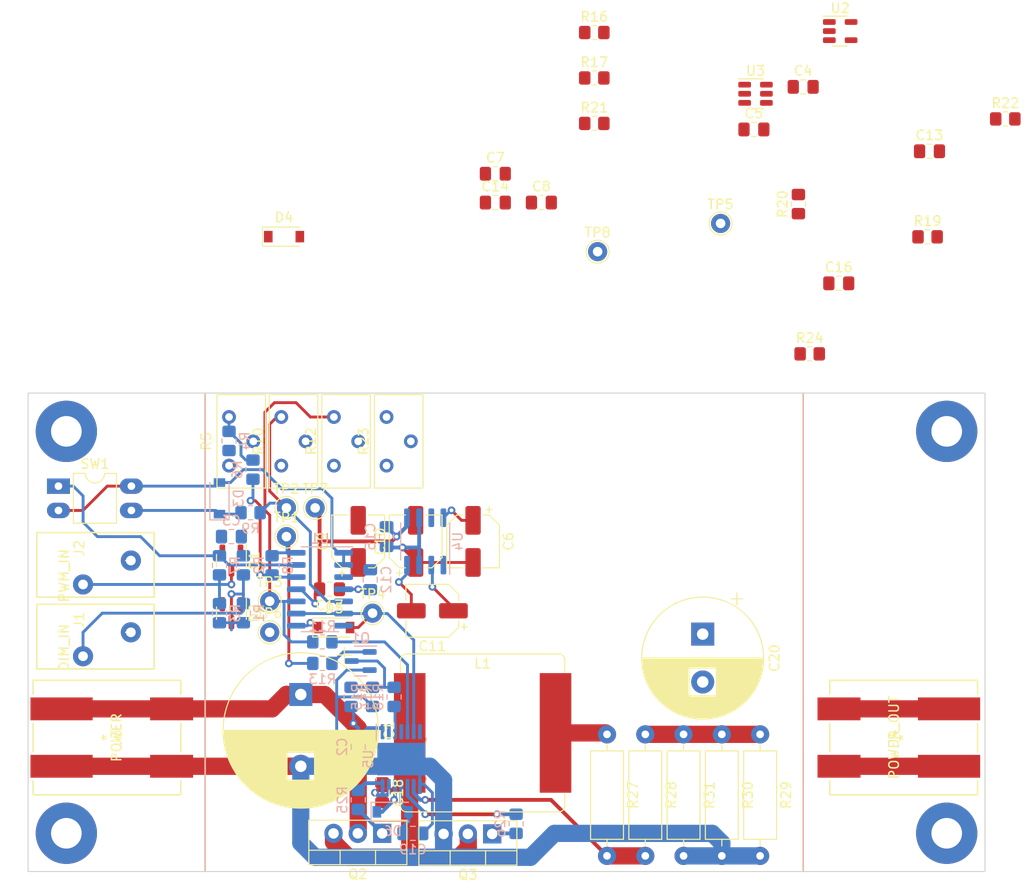
<source format=kicad_pcb>
(kicad_pcb (version 20210228) (generator pcbnew)
  (layers (0 "F.Cu" signal) (31 "B.Cu" signal) (34 "B.Paste" user) (35 "F.Paste" user) (36 "B.SilkS" user "B.Silkscreen") (37 "F.SilkS" user "F.Silkscreen") (38 "B.Mask" user) (39 "F.Mask" user) (44 "Edge.Cuts" user))
  (net 0 "")
  (net 1 "GND")
  (net 2 "Net-(C3-Pad1)")
  (net 3 "VPP")
  (net 4 "VDD")
  (net 5 "/VNEGREF")
  (net 6 "Net-(C8-Pad2)")
  (net 7 "-VSW")
  (net 8 "Net-(C11-Pad2)")
  (net 9 "Net-(C13-Pad1)")
  (net 10 "Net-(C11-Pad1)")
  (net 11 "/VREF")
  (net 12 "Net-(C16-Pad1)")
  (net 13 "Net-(C18-Pad2)")
  (net 14 "/POWER_JUN")
  (net 15 "Net-(C19-Pad1)")
  (net 16 "/OUT+")
  (net 17 "/OUT-")
  (net 18 "/DIM_IN")
  (net 19 "/PWM_IN")
  (net 20 "Net-(D3-Pad1)")
  (net 21 "Net-(D5-Pad1)")
  (net 22 "/IADJ")
  (net 23 "Net-(D3-Pad2)")
  (net 24 "Net-(D4-Pad1)")
  (net 25 "Net-(R6-Pad2)")
  (net 26 "/UDIM_OFF")
  (net 27 "Net-(Q1-Pad1)")
  (net 28 "Net-(Q2-Pad1)")
  (net 29 "Net-(Q3-Pad1)")
  (net 30 "Net-(R4-Pad2)")
  (net 31 "Net-(R7-Pad2)")
  (net 32 "Net-(R13-Pad1)")
  (net 33 "/IADJ_DIM")
  (net 34 "/IADJ_LIMIT")
  (net 35 "/UDIM")
  (net 36 "/VOUT_SENSE")
  (net 37 "Net-(R16-Pad2)")
  (net 38 "Net-(R20-Pad2)")
  (net 39 "/CSENSE")
  (net 40 "Net-(R25-Pad1)")
  (net 45 "Net-(R26-Pad1)")
  (footprint "Resistor_THT:R_Axial_DIN0309_L9.0mm_D3.2mm_P12.70mm_Horizontal" (layer "F.Cu") (at 68.5 35.662754 -90)
    (fp_text reference "R31")
    (fp_text value "0.2")
  )
  (footprint "Capacitor_SMD:C_0805_2012Metric_Pad1.18x1.45mm_HandSolder" (layer "F.Cu") (at 53.64 -19.91)
    (fp_text reference "C8")
    (fp_text value "10p")
  )
  (footprint "Package_TO_SOT_SMD:SOT-23" (layer "F.Cu") (at 21.25 23 -90)
    (fp_text reference "D2")
    (fp_text value "BAT54S")
  )
  (footprint "TestPoint:TestPoint_THTPad_D2.0mm_Drill1.0mm" (layer "F.Cu") (at 27 15)
    (fp_text reference "TP1")
    (fp_text value "TestPoint")
  )
  (footprint "wago:2061-602" (layer "F.Cu") (at 91.5 36 90)
    (fp_text reference "J4")
    (fp_text value "POWER_OUT")
  )
  (footprint "MountingHole:MountingHole_3.2mm_M3_Pad" (layer "F.Cu") (at 96 46)
    (fp_text reference "H3")
    (fp_text value "MountingHole_Pad")
  )
  (footprint "TestPoint:TestPoint_THTPad_D2.0mm_Drill1.0mm" (layer "F.Cu") (at 25.25 25)
    (fp_text reference "TP6")
    (fp_text value "TestPoint")
  )
  (footprint "Capacitor_SMD:C_0805_2012Metric_Pad1.18x1.45mm_HandSolder" (layer "F.Cu") (at 84.72 -11.47)
    (fp_text reference "C16")
    (fp_text value "470n")
  )
  (footprint "MountingHole:MountingHole_3.2mm_M3_Pad" (layer "F.Cu") (at 4 4)
    (fp_text reference "H1")
    (fp_text value "MountingHole_Pad")
  )
  (footprint "wago:2061-602" (layer "F.Cu") (at 8.24345 36.000002 -90)
    (fp_text reference "J3")
    (fp_text value "POWER")
  )
  (footprint "wago:250-402" (layer "F.Cu") (at 10.74345 25.000002 -90)
    (fp_text reference "J1")
    (fp_text value "DIM_IN")
  )
  (footprint "Diode_SMD:D_SOD-123" (layer "F.Cu") (at 26.75 -16.35)
    (fp_text reference "D4")
    (fp_text value "D")
  )
  (footprint "Package_DIP:DIP-4_W7.62mm_LongPads" (layer "F.Cu") (at 3.175 9.725)
    (fp_text reference "SW1")
    (fp_text value "SW_DIP_SPLIT_x02")
  )
  (footprint "Resistor_SMD:R_0805_2012Metric_Pad1.20x1.40mm_HandSolder" (layer "F.Cu") (at 81.68 -4.1)
    (fp_text reference "R24")
    (fp_text value "ron")
  )
  (footprint "Package_TO_SOT_SMD:SOT-23" (layer "F.Cu") (at 21.25 17.5 -90)
    (fp_text reference "D1")
    (fp_text value "BAT54S")
  )
  (footprint "Resistor_SMD:R_0805_2012Metric_Pad1.20x1.40mm_HandSolder" (layer "F.Cu") (at 94 -16.33)
    (fp_text reference "R19")
    (fp_text value "10k")
  )
  (footprint "Resistor_THT:R_Axial_DIN0309_L9.0mm_D3.2mm_P12.70mm_Horizontal" (layer "F.Cu") (at 60.5 35.662754 -90)
    (fp_text reference "R27")
    (fp_text value "150")
  )
  (footprint "TestPoint:TestPoint_THTPad_D2.0mm_Drill1.0mm" (layer "F.Cu") (at 27 12)
    (fp_text reference "TP2")
    (fp_text value "TestPoint")
  )
  (footprint "Package_TO_SOT_SMD:SOT-23-5" (layer "F.Cu") (at 84.87 -37.83)
    (fp_text reference "U2")
    (fp_text value "AP2205-ADJ")
  )
  (footprint "Capacitor_SMD:C_0805_2012Metric_Pad1.18x1.45mm_HandSolder" (layer "F.Cu") (at 31.5 20.5 180)
    (fp_text reference "C17")
    (fp_text value "100n")
  )
  (footprint "TestPoint:TestPoint_THTPad_D2.0mm_Drill1.0mm" (layer "F.Cu") (at 59.52 -14.78)
    (fp_text reference "TP8")
    (fp_text value "TestPoint")
  )
  (footprint "Capacitor_SMD:CP_Elec_5x5.4" (layer "F.Cu") (at 40.5 15.5 90)
    (fp_text reference "C10")
    (fp_text value "10µ")
  )
  (footprint "Package_TO_SOT_THT:TO-220-3_Vertical" (layer "F.Cu") (at 48.5 46.067754 180)
    (fp_text reference "Q3")
    (fp_text value "IRF540N")
  )
  (footprint "Potentiometer_THT:Potentiometer_Bourns_3296Y_Vertical" (layer "F.Cu") (at 31.96 2.5 90)
    (fp_text reference "R12")
    (fp_text value "22k")
  )
  (footprint "Resistor_SMD:R_0805_2012Metric_Pad1.20x1.40mm_HandSolder" (layer "F.Cu") (at 102.12 -28.65)
    (fp_text reference "R22")
    (fp_text value "150k")
  )
  (footprint "Resistor_THT:R_Axial_DIN0309_L9.0mm_D3.2mm_P12.70mm_Horizontal" (layer "F.Cu") (at 64.5 35.662754 -90)
    (fp_text reference "R28")
    (fp_text value "10")
  )
  (footprint "Capacitor_SMD:CP_Elec_5x5.4" (layer "F.Cu") (at 42.25 22.75 180)
    (fp_text reference "C11")
    (fp_text value "10µ")
  )
  (footprint "Resistor_SMD:R_0805_2012Metric_Pad1.20x1.40mm_HandSolder" (layer "F.Cu") (at 59.17 -37.68)
    (fp_text reference "R16")
    (fp_text value "47k")
  )
  (footprint "TestPoint:TestPoint_THTPad_D2.0mm_Drill1.0mm" (layer "F.Cu") (at 25.25 21.75)
    (fp_text reference "TP3")
    (fp_text value "TestPoint")
  )
  (footprint "Capacitor_THT:CP_Radial_D16.0mm_P7.50mm" (layer "F.Cu") (at 28.5 31.5 -90)
    (fp_text reference "C1")
    (fp_text value "470µ")
  )
  (footprint "Potentiometer_THT:Potentiometer_Bourns_3296Y_Vertical" (layer "F.Cu") (at 21 2.5 90)
    (fp_text reference "R5")
    (fp_text value "22k")
  )
  (footprint "Capacitor_THT:CP_Radial_D12.5mm_P5.00mm" (layer "F.Cu") (at 70.5 25.188795 -90)
    (fp_text reference "C20")
    (fp_text value "100uF")
  )
  (footprint "Capacitor_SMD:C_0805_2012Metric_Pad1.18x1.45mm_HandSolder" (layer "F.Cu") (at 94.2 -25.27)
    (fp_text reference "C13")
    (fp_text value "1n")
  )
  (footprint "Package_TO_SOT_THT:TO-220-3_Vertical" (layer "F.Cu") (at 37 46.012754 180)
    (fp_text reference "Q2")
    (fp_text value "IRF540N")
  )
  (footprint "Capacitor_SMD:C_0805_2012Metric_Pad1.18x1.45mm_HandSolder" (layer "F.Cu") (at 81 -32)
    (fp_text reference "C4")
    (fp_text value "100n")
  )
  (footprint "Package_TO_SOT_SMD:TSOT-23-6" (layer "F.Cu") (at 76.02 -31.28)
    (fp_text reference "U3")
    (fp_text value "MAX17651")
  )
  (footprint "TestPoint:TestPoint_THTPad_D2.0mm_Drill1.0mm" (layer "F.Cu") (at 72.37 -17.73)
    (fp_text reference "TP5")
    (fp_text value "TestPoint")
  )
  (footprint "Capacitor_SMD:C_0805_2012Metric_Pad1.18x1.45mm_HandSolder" (layer "F.Cu") (at 75.85 -27.55)
    (fp_text reference "C5")
    (fp_text value "100n")
  )
  (footprint "MountingHole:MountingHole_3.2mm_M3_Pad" (layer "F.Cu") (at 4 46)
    (fp_text reference "H4")
    (fp_text value "MountingHole_Pad")
  )
  (footprint "Potentiometer_THT:Potentiometer_Bourns_3296Y_Vertical" (layer "F.Cu") (at 26.46 2.5 90)
    (fp_text reference "R10")
    (fp_text value "22k")
  )
  (footprint "TestPoint:TestPoint_THTPad_D2.0mm_Drill1.0mm" (layer "F.Cu") (at 30 12)
    (fp_text reference "TP7")
    (fp_text value "TestPoint")
  )
  (footprint "Diode_SMD:D_SOD-123" (layer "F.Cu") (at 32 24.5)
    (fp_text reference "D5")
    (fp_text value "D")
  )
  (footprint "Capacitor_SMD:CP_Elec_5x5.4" (layer "F.Cu") (at 34.5 15.5 90)
    (fp_text reference "C9")
    (fp_text value "10µ")
  )
  (footprint "Resistor_THT:R_Axial_DIN0309_L9.0mm_D3.2mm_P12.70mm_Horizontal" (layer "F.Cu") (at 76.5 35.662754 -90)
    (fp_text reference "R29")
    (fp_text value "0.2")
  )
  (footprint "Capacitor_SMD:C_0805_2012Metric_Pad1.18x1.45mm_HandSolder" (layer "F.Cu") (at 48.83 -19.91)
    (fp_text reference "C14")
    (fp_text value "1µ")
  )
  (footprint "inductors:L_Bourns_SRR1770" (layer "F.Cu") (at 47.5 35.512754)
    (fp_text reference "L1")
    (fp_text value "100µH")
  )
  (footprint "Capacitor_SMD:C_0805_2012Metric_Pad1.18x1.45mm_HandSolder" (layer "F.Cu") (at 37 41.762754 -90)
    (fp_text reference "C18")
    (fp_text value "100n")
  )
  (footprint "Capacitor_SMD:C_0805_2012Metric_Pad1.18x1.45mm_HandSolder" (layer "F.Cu") (at 48.83 -22.92)
    (fp_text reference "C7")
    (fp_text value "100n")
  )
  (footprint "Resistor_SMD:R_0805_2012Metric_Pad1.20x1.40mm_HandSolder" (layer "F.Cu") (at 80.5 -19.75 90)
    (fp_text reference "R20")
    (fp_text value "1.5M")
  )
  (footprint "Resistor_THT:R_Axial_DIN0309_L9.0mm_D3.2mm_P12.70mm_Horizontal" (layer "F.Cu") (at 72.5 35.662754 -90)
    (fp_text reference "R30")
    (fp_text value "0.2")
  )
  (footprint "MountingHole:MountingHole_3.2mm_M3_Pad" (layer "F.Cu") (at 96 4)
    (fp_text reference "H2")
    (fp_text value "MountingHole_Pad")
  )
  (footprint "Resistor_SMD:R_0805_2012Metric_Pad1.20x1.40mm_HandSolder" (layer "F.Cu") (at 59.17 -32.93)
    (fp_text reference "R17")
    (fp_text value "47k")
  )
  (footprint "Resistor_SMD:R_0805_2012Metric_Pad1.20x1.40mm_HandSolder" (layer "F.Cu") (at 59.17 -28.18)
    (fp_text reference "R21")
    (fp_text value "59k")
  )
  (footprint "Capacitor_SMD:CP_Elec_5x5.4" (layer "F.Cu") (at 46.5 15.5 -90)
    (fp_text reference "C6")
    (fp_text value "10µ")
  )
  (footprint "Potentiometer_THT:Potentiometer_Bourns_3296Y_Vertical" (layer "F.Cu") (at 37.46 2.5 90)
    (fp_text reference "R23")
    (fp_text value "22k")
  )
  (footprint "wago:250-402" (layer "F.Cu") (at 10.74345 17.500002 -90)
    (fp_text reference "J2")
    (fp_text value "PWM_IN")
  )
  (footprint "TestPoint:TestPoint_THTPad_D2.0mm_Drill1.0mm" (layer "F.Cu") (at 36 23)
    (fp_text reference "TP4")
    (fp_text value "TestPoint")
  )
  (footprint "Package_SO:HTSSOP-14-1EP_4.4x5mm_P0.65mm_EP3.4x5mm_Mask3x3.1mm" (layer "B.Cu") (at 39 38.25 -90)
    (fp_text reference "U5")
    (fp_text value "TPS92640")
  )
  (footprint "Capacitor_SMD:C_0805_2012Metric_Pad1.18x1.45mm_HandSolder" (layer "B.Cu") (at 34.5 36.975254 -90)
    (fp_text reference "C2")
    (fp_text value "100n")
  )
  (footprint "Resistor_SMD:R_0805_2012Metric_Pad1.20x1.40mm_HandSolder" (layer "B.Cu") (at 23.5 8 -90)
    (fp_text reference "R6")
    (fp_text value "1k")
  )
  (footprint "Package_SO:SOIC-14_3.9x8.7mm_P1.27mm" (layer "B.Cu") (at 30.5 20.5 180)
    (fp_text reference "U1")
    (fp_text value "LM324")
  )
  (footprint "Package_SO:SOIC-8_3.9x4.9mm_P1.27mm" (layer "B.Cu") (at 41.5 15.5 90)
    (fp_text reference "U4")
    (fp_text value "LMC7660")
  )
  (footprint "Resistor_SMD:R_0805_2012Metric_Pad1.20x1.40mm_HandSolder" (layer "B.Cu") (at 25.5 18 90)
    (fp_text reference "R8")
    (fp_text value "100k")
  )
  (footprint "Resistor_SMD:R_0805_2012Metric_Pad1.20x1.40mm_HandSolder" (layer "B.Cu") (at 34.5 42.512754 -90)
    (fp_text reference "R25")
    (fp_text value "rhg")
  )
  (footprint "Resistor_SMD:R_0805_2012Metric_Pad1.20x1.40mm_HandSolder" (layer "B.Cu") (at 21 5 90)
    (fp_text reference "R4")
    (fp_text value "10k")
  )
  (footprint "Resistor_SMD:R_0805_2012Metric_Pad1.20x1.40mm_HandSolder" (layer "B.Cu") (at 30.75 28.25)
    (fp_text reference "R13")
    (fp_text value "100")
  )
  (footprint "Package_TO_SOT_SMD:SOT-23" (layer "B.Cu") (at 34.75 28 180)
    (fp_text reference "Q1")
    (fp_text value "2N7002")
  )
  (footprint "Resistor_SMD:R_0805_2012Metric_Pad1.20x1.40mm_HandSolder" (layer "B.Cu") (at 22.5 18 90)
    (fp_text reference "R2")
    (fp_text value "22k")
  )
  (footprint "Capacitor_SMD:C_0805_2012Metric_Pad1.18x1.45mm_HandSolder" (layer "B.Cu") (at 40.2125 46.012754)
    (fp_text reference "C19")
    (fp_text value "2.2µ")
  )
  (footprint "Capacitor_SMD:C_0805_2012Metric_Pad1.18x1.45mm_HandSolder" (layer "B.Cu") (at 35.75 19.5 90)
    (fp_text reference "C12")
    (fp_text value "100n")
  )
  (footprint "Diode_SMD:D_SOD-123" (layer "B.Cu") (at 38.1 43.762754)
    (fp_text reference "D6")
    (fp_text value "D_Schottky")
  )
  (footprint "Resistor_SMD:R_0805_2012Metric_Pad1.20x1.40mm_HandSolder" (layer "B.Cu") (at 20 23 90)
    (fp_text reference "R3")
    (fp_text value "100k")
  )
  (footprint "Resistor_SMD:R_0805_2012Metric_Pad1.20x1.40mm_HandSolder" (layer "B.Cu") (at 38.25 31.75 -90)
    (fp_text reference "R18")
    (fp_text value "rudim3")
  )
  (footprint "Capacitor_SMD:C_0805_2012Metric_Pad1.18x1.45mm_HandSolder" (layer "B.Cu") (at 37.4625 15 -90)
    (fp_text reference "C15")
    (fp_text value "100n")
  )
  (footprint "Resistor_SMD:R_0805_2012Metric_Pad1.20x1.40mm_HandSolder" (layer "B.Cu") (at 33.75 31.75 90)
    (fp_text reference "R14")
    (fp_text value "rudim1")
  )
  (footprint "Resistor_SMD:R_0805_2012Metric_Pad1.20x1.40mm_HandSolder" (layer "B.Cu") (at 20 18 90)
    (fp_text reference "R7")
    (fp_text value "1k")
  )
  (footprint "Capacitor_SMD:C_0805_2012Metric_Pad1.18x1.45mm_HandSolder" (layer "B.Cu") (at 21.25 15 180)
    (fp_text reference "C3")
    (fp_text value "470n")
  )
  (footprint "Resistor_SMD:R_0805_2012Metric_Pad1.20x1.40mm_HandSolder" (layer "B.Cu") (at 36 31.75 -90)
    (fp_text reference "R15")
    (fp_text value "rudim2")
  )
  (footprint "Resistor_SMD:R_0805_2012Metric_Pad1.20x1.40mm_HandSolder" (layer "B.Cu") (at 30.75 26 180)
    (fp_text reference "R11")
    (fp_text value "10k")
  )
  (footprint "Resistor_SMD:R_0805_2012Metric_Pad1.20x1.40mm_HandSolder" (layer "B.Cu") (at 23.25 12.5)
    (fp_text reference "R9")
    (fp_text value "10k")
  )
  (footprint "Resistor_SMD:R_0805_2012Metric_Pad1.20x1.40mm_HandSolder" (layer "B.Cu") (at 22.5 23 90)
    (fp_text reference "R1")
    (fp_text value "10M")
  )
  (footprint "Resistor_SMD:R_0805_2012Metric_Pad1.20x1.40mm_HandSolder" (layer "B.Cu") (at 51 45.012754 -90)
    (fp_text reference "R26")
    (fp_text value "rlg")
  )
  (footprint "Diode_SMD:D_SOD-123" (layer "B.Cu") (at 20 11 90)
    (fp_text reference "D3")
    (fp_text value "D")
  )
  (gr_line (start 18.5 0) (end 18.5 50) (layer "B.SilkS") (width 0.15))
  (gr_line (start 81 0) (end 81 50) (layer "B.SilkS") (width 0.15))
  (gr_line (start 18.5 50) (end 18.5 0) (layer "F.SilkS") (width 0.15))
  (gr_line (start 81 50) (end 81 0) (layer "F.SilkS") (width 0.15))
  (gr_rect (start 0 0) (end 100 50) (layer "Edge.Cuts") (width 0.1) (fill none))
  (segment (start 39.135 16.135) (end 40.5 17.5) (width 0.4) (layer "F.Cu") (net 1))
  (segment (start 28.5 39) (end 27 38.987246) (width 1.8) (layer "F.Cu") (net 1))
  (segment (start 40.5 17.5) (end 40.5 17.7) (width 0.4) (layer "F.Cu") (net 1))
  (segment (start 46.5 17.7) (end 40.5 17.7) (width 0.3) (layer "F.Cu") (net 1))
  (segment (start 3.500002 39.000004) (end 28.5 39) (width 1.8) (layer "F.Cu") (net 1))
  (via (at 39.135 16.135) (size 0.8) (drill 0.4) (layers "F.Cu" "B.Cu") (net 1))
  (segment (start 71.5 46.012754) (end 72.5 47.012754) (width 1.8) (layer "B.Cu") (net 1))
  (segment (start 28.5 39) (end 32.25 39) (width 1.8) (layer "B.Cu") (net 1))
  (segment (start 52.5 48.512754) (end 55 46.012754) (width 1.8) (layer "B.Cu") (net 1))
  (segment (start 43.42 48.092754) (end 43 48.512754) (width 1.8) (layer "B.Cu") (net 1))
  (segment (start 35 31.75) (end 32.25 31.75) (width 0.3) (layer "B.Cu") (net 1))
  (segment (start 42.25 45.012754) (end 41.25 46.012754) (width 0.3) (layer "B.Cu") (net 1))
  (segment (start 32.25 30) (end 32.25 32.25) (width 0.3) (layer "B.Cu") (net 1))
  (segment (start 42.25 41.762754) (end 42.25 45.012754) (width 0.3) (layer "B.Cu") (net 1))
  (segment (start 32.25 39) (end 41.987246 39) (width 1.8) (layer "B.Cu") (net 1))
  (segment (start 40.95 39.562754) (end 41 39.512754) (width 0.3) (layer "B.Cu") (net 1))
  (segment (start 43 48.512754) (end 52.5 48.512754) (width 1.8) (layer "B.Cu") (net 1))
  (segment (start 55 46.012754) (end 71.5 46.012754) (width 1.8) (layer "B.Cu") (net 1))
  (segment (start 40.95 40.875254) (end 41.3625 40.875254) (width 0.3) (layer "B.Cu") (net 1))
  (segment (start 32.25 32.25) (end 32.25 39) (width 0.3) (layer "B.Cu") (net 1))
  (segment (start 40.865 13.025) (end 40.865 16.135) (width 0.4) (layer "B.Cu") (net 1))
  (segment (start 41.3625 40.875254) (end 42.25 41.762754) (width 0.3) (layer "B.Cu") (net 1))
  (segment (start 41.987246 39) (end 43.42 40.432754) (width 1.8) (layer "B.Cu") (net 1))
  (segment (start 40.865 16.135) (end 40.865 17.975) (width 0.4) (layer "B.Cu") (net 1))
  (segment (start 35.6875 28.95) (end 33.3 28.95) (width 0.3) (layer "B.Cu") (net 1))
  (segment (start 36 32.75) (end 35 31.75) (width 0.3) (layer "B.Cu") (net 1))
  (segment (start 28.5 47.012754) (end 30 48.512754) (width 1.8) (layer "B.Cu") (net 1))
  (segment (start 43.42 46.067754) (end 43.42 48.092754) (width 1.8) (layer "B.Cu") (net 1))
  (segment (start 37.4625 16.0375) (end 37.56 16.135) (width 0.4) (layer "B.Cu") (net 1))
  (segment (start 40.95 40.875254) (end 40.95 39.562754) (width 0.3) (layer "B.Cu") (net 1))
  (segment (start 30 48.512754) (end 43 48.512754) (width 1.8) (layer "B.Cu") (net 1))
  (segment (start 76.5 48.362754) (end 68.5 48.362754) (width 1.8) (layer "B.Cu") (net 1))
  (segment (start 72.5 47.012754) (end 72.5 48.362754) (width 1.8) (layer "B.Cu") (net 1))
  (segment (start 33.3 28.95) (end 32.25 30) (width 0.3) (layer "B.Cu") (net 1))
  (segment (start 37.56 16.135) (end 40.865 16.135) (width 0.4) (layer "B.Cu") (net 1))
  (segment (start 32.25 31.75) (end 32.25 32.25) (width 0.3) (layer "B.Cu") (net 1))
  (segment (start 28.5 39) (end 28.5 47.012754) (width 1.8) (layer "B.Cu") (net 1))
  (segment (start 43.42 40.432754) (end 43.42 46.067754) (width 1.8) (layer "B.Cu") (net 1))
  (segment (start 28.5 31.5) (end 27.012754 31.5) (width 1.8) (layer "F.Cu") (net 3))
  (segment (start 34 34.512754) (end 30.987246 31.5) (width 1.8) (layer "F.Cu") (net 3))
  (segment (start 34.46 46.012754) (end 34.5 45.972754) (width 1.8) (layer "F.Cu") (net 3))
  (segment (start 34.5 45.972754) (end 34.5 35.012754) (width 1.8) (layer "F.Cu") (net 3))
  (segment (start 25.487246 33) (end 27 31.487246) (width 1.8) (layer "F.Cu") (net 3))
  (segment (start 34.5 35.012754) (end 34 34.512754) (width 1.8) (layer "F.Cu") (net 3))
  (segment (start 30.987246 31.5) (end 28.5 31.5) (width 1.8) (layer "F.Cu") (net 3))
  (segment (start 27.012754 31.5) (end 27 31.487246) (width 1.8) (layer "F.Cu") (net 3))
  (segment (start 3.500002 33) (end 25.487246 33) (width 1.8) (layer "F.Cu") (net 3))
  (via (at 34 34.512754) (size 0.8) (drill 0.4) (layers "F.Cu" "B.Cu") (net 3))
  (segment (start 34.5 35.937754) (end 34.575 35.937754) (width 0.4) (layer "B.Cu") (net 3))
  (segment (start 34.575 35.937754) (end 35.5 35.012754) (width 0.4) (layer "B.Cu") (net 3))
  (segment (start 36.9125 35.012754) (end 37.05 35.150254) (width 0.4) (layer "B.Cu") (net 3))
  (segment (start 33.75 32.75) (end 34 33) (width 0.3) (layer "B.Cu") (net 3))
  (segment (start 34 33) (end 34 34.512754) (width 0.3) (layer "B.Cu") (net 3))
  (segment (start 34.5 35.012754) (end 34 34.512754) (width 0.4) (layer "B.Cu") (net 3))
  (segment (start 34.5 35.937754) (end 34.5 35.012754) (width 0.4) (layer "B.Cu") (net 3))
  (segment (start 35.5 35.012754) (end 36.9125 35.012754) (width 0.4) (layer "B.Cu") (net 3))
  (segment (start 34.7125 36.150254) (end 34.5 35.937754) (width 0.4) (layer "B.Cu") (net 3))
  (segment (start 32.5375 20.5) (end 34.5 20.5) (width 0.3) (layer "F.Cu") (net 4))
  (via (at 34.5 20.5) (size 0.8) (drill 0.4) (layers "F.Cu" "B.Cu") (net 4))
  (segment (start 35.75 20.5375) (end 34.5375 20.5375) (width 0.3) (layer "B.Cu") (net 4))
  (segment (start 21.25 24) (end 21.25 24.75) (width 0.3) (layer "B.Cu") (net 4))
  (segment (start 34.5375 20.5375) (end 34.5 20.5) (width 0.3) (layer "B.Cu") (net 4))
  (segment (start 34.5 20.5) (end 32.975 20.5) (width 0.3) (layer "B.Cu") (net 4))
  (segment (start 21.25 24) (end 20 24) (width 0.3) (layer "B.Cu") (net 4))
  (segment (start 22.5 24) (end 21.25 24) (width 0.3) (layer "B.Cu") (net 4))
  (segment (start 45.3 13.3) (end 44.25 12.25) (width 0.3) (layer "F.Cu") (net 5))
  (segment (start 46.5 13.3) (end 45.3 13.3) (width 0.3) (layer "F.Cu") (net 5))
  (via (at 44.25 12.25) (size 0.8) (drill 0.4) (layers "F.Cu" "B.Cu") (net 5))
  (segment (start 44.18 12.25) (end 43.405 13.025) (width 0.3) (layer "B.Cu") (net 5))
  (segment (start 44.25 12.25) (end 44.18 12.25) (width 0.3) (layer "B.Cu") (net 5))
  (segment (start 30 22) (end 30 20.9625) (width 0.3) (layer "F.Cu") (net 7))
  (segment (start 40.2 13.3) (end 38 15.5) (width 0.4) (layer "F.Cu") (net 7))
  (segment (start 30.4625 20.5) (end 30.4625 15.4625) (width 0.4) (layer "F.Cu") (net 7))
  (segment (start 30.4625 12.4625) (end 30 12) (width 0.4) (layer "F.Cu") (net 7))
  (segment (start 30 20.9625) (end 30.4625 20.5) (width 0.3) (layer "F.Cu") (net 7))
  (segment (start 30.4625 15.4625) (end 30.4625 12.4625) (width 0.4) (layer "F.Cu") (net 7))
  (segment (start 40.5 13.3) (end 40.2 13.3) (width 0.4) (layer "F.Cu") (net 7))
  (segment (start 38 15.5) (end 30.5 15.5) (width 0.4) (layer "F.Cu") (net 7))
  (segment (start 30.5 15.5) (end 30.4625 15.4625) (width 0.4) (layer "F.Cu") (net 7))
  (via (at 38.5 15) (size 0.8) (drill 0.4) (layers "F.Cu" "B.Cu") (net 7))
  (via (at 30 22) (size 0.8) (drill 0.4) (layers "F.Cu" "B.Cu") (net 7))
  (segment (start 39.595 13.025) (end 39.595 13.905) (width 0.4) (layer "B.Cu") (net 7))
  (segment (start 28.025 20.5) (end 28.5 20.5) (width 0.3) (layer "B.Cu") (net 7))
  (segment (start 38.5 15) (end 37.4625 13.9625) (width 0.4) (layer "B.Cu") (net 7))
  (segment (start 39.595 13.905) (end 38.5 15) (width 0.4) (layer "B.Cu") (net 7))
  (segment (start 28.5 20.5) (end 30 22) (width 0.3) (layer "B.Cu") (net 7))
  (segment (start 40.05 21.05) (end 38.75 19.75) (width 0.3) (layer "F.Cu") (net 8))
  (segment (start 40.05 22.75) (end 40.05 21.05) (width 0.3) (layer "F.Cu") (net 8))
  (via (at 38.75 19.75) (size 0.8) (drill 0.4) (layers "F.Cu" "B.Cu") (net 8))
  (segment (start 39.595 18.905) (end 39.595 17.975) (width 0.3) (layer "B.Cu") (net 8))
  (segment (start 38.75 19.75) (end 39.595 18.905) (width 0.3) (layer "B.Cu") (net 8))
  (segment (start 44.45 22.75) (end 44.45 22.45) (width 0.3) (layer "F.Cu") (net 10))
  (segment (start 44.45 22.45) (end 42.25 20.25) (width 0.3) (layer "F.Cu") (net 10))
  (via (at 42.25 20.25) (size 0.8) (drill 0.4) (layers "F.Cu" "B.Cu") (net 10))
  (segment (start 42.25 20.25) (end 42.25 18.09) (width 0.3) (layer "B.Cu") (net 10))
  (segment (start 42.25 18.09) (end 42.135 17.975) (width 0.3) (layer "B.Cu") (net 10))
  (segment (start 39.65 35.150254) (end 39.65 28.4) (width 0.3) (layer "B.Cu") (net 11))
  (segment (start 39.65 28.4) (end 37.25 26) (width 0.3) (layer "B.Cu") (net 11))
  (segment (start 37.25 26) (end 31.75 26) (width 0.3) (layer "B.Cu") (net 11))
  (segment (start 37.9625 42.800254) (end 38.25 42.512754) (width 0.4) (layer "F.Cu") (net 13))
  (segment (start 37 42.800254) (end 37.9625 42.800254) (width 0.4) (layer "F.Cu") (net 13))
  (via (at 38.25 42.512754) (size 0.8) (drill 0.4) (layers "F.Cu" "B.Cu") (net 13))
  (segment (start 37 43.762754) (end 36.45 43.762754) (width 0.4) (layer "B.Cu") (net 13))
  (segment (start 38.35 42.412754) (end 38.35 40.875254) (width 0.4) (layer "B.Cu") (net 13))
  (segment (start 38.25 42.512754) (end 37 43.762754) (width 0.4) (layer "B.Cu") (net 13))
  (segment (start 38.25 42.512754) (end 38.35 42.412754) (width 0.4) (layer "B.Cu") (net 13))
  (segment (start 31.92 46.932754) (end 33.5 48.512754) (width 1.8) (layer "F.Cu") (net 14))
  (segment (start 33.5 48.512754) (end 39.5 48.512754) (width 1.8) (layer "F.Cu") (net 14))
  (segment (start 46 47.512754) (end 46 46.107754) (width 1.8) (layer "F.Cu") (net 14))
  (segment (start 31.92 46.012754) (end 31.92 46.932754) (width 1.8) (layer "F.Cu") (net 14))
  (segment (start 46 46.107754) (end 45.96 46.067754) (width 1.8) (layer "F.Cu") (net 14))
  (segment (start 39.5 48.512754) (end 45 48.512754) (width 1.8) (layer "F.Cu") (net 14))
  (segment (start 36.25 41.762754) (end 36.5 41.512754) (width 0.4) (layer "F.Cu") (net 14))
  (segment (start 36.5 41.512754) (end 37 41.512754) (width 0.4) (layer "F.Cu") (net 14))
  (segment (start 37 41.512754) (end 38 41.512754) (width 0.4) (layer "F.Cu") (net 14))
  (segment (start 37 40.725254) (end 37 41.512754) (width 0.4) (layer "F.Cu") (net 14))
  (segment (start 39.88 35.512754) (end 39.88 45.392754) (width 1.8) (layer "F.Cu") (net 14))
  (segment (start 45 48.512754) (end 46 47.512754) (width 1.8) (layer "F.Cu") (net 14))
  (segment (start 39.88 48.132754) (end 39.5 48.512754) (width 1.8) (layer "F.Cu") (net 14))
  (segment (start 39.88 45.392754) (end 39.88 48.132754) (width 1.8) (layer "F.Cu") (net 14))
  (segment (start 39.88 39.632754) (end 39.88 35.512754) (width 0.4) (layer "F.Cu") (net 14))
  (segment (start 38 41.512754) (end 39.88 39.632754) (width 0.4) (layer "F.Cu") (net 14))
  (via (at 36.25 41.762754) (size 0.8) (drill 0.4) (layers "F.Cu" "B.Cu") (net 14))
  (segment (start 37.5 42.012754) (end 36.5 42.012754) (width 0.4) (layer "B.Cu") (net 14))
  (segment (start 36.5 42.012754) (end 36.25 41.762754) (width 0.4) (layer "B.Cu") (net 14))
  (segment (start 37.7 40.875254) (end 37.7 41.812754) (width 0.4) (layer "B.Cu") (net 14))
  (segment (start 37.7 41.812754) (end 37.5 42.012754) (width 0.4) (layer "B.Cu") (net 14))
  (segment (start 39 43.012754) (end 39.75 43.762754) (width 0.4) (layer "B.Cu") (net 15))
  (segment (start 39 40.875254) (end 39 43.012754) (width 0.4) (layer "B.Cu") (net 15))
  (segment (start 39.175 46.012754) (end 39.175 45.337754) (width 0.4) (layer "B.Cu") (net 15))
  (segment (start 39.175 45.337754) (end 39.75 44.762754) (width 0.4) (layer "B.Cu") (net 15))
  (segment (start 39.75 44.762754) (end 39.75 43.762754) (width 0.4) (layer "B.Cu") (net 15))
  (segment (start 55.12 36.132754) (end 55.12 35.512754) (width 1.8) (layer "F.Cu") (net 16))
  (segment (start 55.12 35.512754) (end 60.35 35.512754) (width 1.8) (layer "F.Cu") (net 16))
  (segment (start 60.35 35.512754) (end 60.5 35.662754) (width 1.8) (layer "F.Cu") (net 16))
  (segment (start 84.74345 32.999998) (end 96.243448 32.999998) (width 1.8) (layer "F.Cu") (net 16))
  (segment (start 84.74345 39.000002) (end 96.243448 39.000002) (width 1.8) (layer "F.Cu") (net 17))
  (segment (start 64.5 35.662754) (end 76.5 35.662754) (width 1.8) (layer "F.Cu") (net 17))
  (segment (start 21.25 21) (end 21.25 24) (width 0.3) (layer "F.Cu") (net 18))
  (via (at 21.25 21) (size 0.8) (drill 0.4) (layers "F.Cu" "B.Cu") (net 18))
  (segment (start 22.5 21) (end 21.25 21) (width 0.3) (layer "B.Cu") (net 18))
  (segment (start 22.5 22) (end 22.5 21) (width 0.3) (layer "B.Cu") (net 18))
  (segment (start 22.5 22) (end 22.5 22.75) (width 0.3) (layer "B.Cu") (net 18))
  (segment (start 22.5 19) (end 22.5 20.5) (width 0.3) (layer "B.Cu") (net 18))
  (segment (start 22.25 23) (end 7.75 23) (width 0.3) (layer "B.Cu") (net 18))
  (segment (start 5.74345 25.00655) (end 5.74345 27.500002) (width 0.3) (layer "B.Cu") (net 18))
  (segment (start 22.5 22.75) (end 22.25 23) (width 0.3) (layer "B.Cu") (net 18))
  (segment (start 22.5 21) (end 22.5 20.5) (width 0.3) (layer "B.Cu") (net 18))
  (segment (start 7.75 23) (end 5.74345 25.00655) (width 0.3) (layer "B.Cu") (net 18))
  (segment (start 21.25 20) (end 21.25 18.7975) (width 0.3) (layer "F.Cu") (net 19))
  (via (at 21.25 20) (size 0.8) (drill 0.4) (layers "F.Cu" "B.Cu") (net 19))
  (segment (start 20 22) (end 20 20.5) (width 0.3) (layer "B.Cu") (net 19))
  (segment (start 19.999998 20.000002) (end 20 20) (width 0.3) (layer "B.Cu") (net 19))
  (segment (start 20 20) (end 20 20.5) (width 0.3) (layer "B.Cu") (net 19))
  (segment (start 21.249998 20.000002) (end 21.25 20) (width 0.3) (layer "B.Cu") (net 19))
  (segment (start 20 19) (end 20 20) (width 0.3) (layer "B.Cu") (net 19))
  (segment (start 19.999998 20.000002) (end 21.249998 20.000002) (width 0.3) (layer "B.Cu") (net 19))
  (segment (start 5.74345 20.000002) (end 19.999998 20.000002) (width 0.3) (layer "B.Cu") (net 19))
  (segment (start 20 12.65) (end 22.1 12.65) (width 0.3) (layer "B.Cu") (net 20))
  (segment (start 10.795 12.265) (end 19.615 12.265) (width 0.3) (layer "B.Cu") (net 20))
  (segment (start 22.1 12.65) (end 22.25 12.5) (width 0.3) (layer "B.Cu") (net 20))
  (segment (start 19.615 12.265) (end 20 12.65) (width 0.3) (layer "B.Cu") (net 20))
  (segment (start 30 24.5) (end 29.5 24) (width 0.3) (layer "F.Cu") (net 21))
  (segment (start 30.2 24.5) (end 30 24.5) (width 0.3) (layer "F.Cu") (net 21))
  (via (at 29.5 24) (size 0.8) (drill 0.4) (layers "F.Cu" "B.Cu") (net 21))
  (segment (start 28.025 24.31) (end 29.19 24.31) (width 0.3) (layer "B.Cu") (net 21))
  (segment (start 29.19 24.31) (end 29.5 24) (width 0.3) (layer "B.Cu") (net 21))
  (segment (start 33.65 24.5) (end 34.5 24.5) (width 0.3) (layer "F.Cu") (net 22))
  (segment (start 34.5 24.5) (end 36 23) (width 0.3) (layer "F.Cu") (net 22))
  (segment (start 28.025 23.04) (end 32.975 23.04) (width 0.3) (layer "B.Cu") (net 22))
  (segment (start 40.3 25.8) (end 40.3 35.150254) (width 0.3) (layer "B.Cu") (net 22))
  (segment (start 32.975 23.04) (end 37.54 23.04) (width 0.3) (layer "B.Cu") (net 22))
  (segment (start 37.54 23.04) (end 40.3 25.8) (width 0.3) (layer "B.Cu") (net 22))
  (segment (start 8.275 9.725) (end 10.795 9.725) (width 0.3) (layer "F.Cu") (net 23))
  (segment (start 5.735 12.265) (end 8.275 9.725) (width 0.3) (layer "F.Cu") (net 23))
  (segment (start 3.175 12.265) (end 5.735 12.265) (width 0.3) (layer "F.Cu") (net 23))
  (segment (start 32.44 16.69) (end 32.975 16.69) (width 0.3) (layer "B.Cu") (net 23))
  (segment (start 32.975 16.69) (end 32.975 17.96) (width 0.3) (layer "B.Cu") (net 23))
  (segment (start 20 9.35) (end 21.15 9.35) (width 0.3) (layer "B.Cu") (net 23))
  (segment (start 19.625 9.725) (end 20 9.35) (width 0.3) (layer "B.Cu") (net 23))
  (segment (start 21.15 9.35) (end 22.5 8) (width 0.3) (layer "B.Cu") (net 23))
  (segment (start 31.75 16) (end 32.44 16.69) (width 0.3) (layer "B.Cu") (net 23))
  (segment (start 31.75 11) (end 31.75 16) (width 0.3) (layer "B.Cu") (net 23))
  (segment (start 10.795 9.725) (end 19.625 9.725) (width 0.3) (layer "B.Cu") (net 23))
  (segment (start 24.5 8) (end 26.5 10) (width 0.3) (layer "B.Cu") (net 23))
  (segment (start 26.5 10) (end 30.75 10) (width 0.3) (layer "B.Cu") (net 23))
  (segment (start 30.75 10) (end 31.75 11) (width 0.3) (layer "B.Cu") (net 23))
  (segment (start 22.5 8) (end 24.5 8) (width 0.3) (layer "B.Cu") (net 23))
  (segment (start 24.25 11.75) (end 24.25 19) (width 0.3) (layer "F.Cu") (net 25))
  (segment (start 23.75 11.25) (end 24.25 11.75) (width 0.3) (layer "F.Cu") (net 25))
  (segment (start 23.25 11.25) (end 23.75 11.25) (width 0.3) (layer "F.Cu") (net 25))
  (via (at 24.25 19) (size 0.8) (drill 0.4) (layers "F.Cu" "B.Cu") (net 25))
  (via (at 23.25 11.25) (size 0.8) (drill 0.4) (layers "F.Cu" "B.Cu") (net 25))
  (segment (start 25.73 19.23) (end 25.5 19) (width 0.3) (layer "B.Cu") (net 25))
  (segment (start 25.5 19) (end 24.25 19) (width 0.3) (layer "B.Cu") (net 25))
  (segment (start 28.025 19.23) (end 25.73 19.23) (width 0.3) (layer "B.Cu") (net 25))
  (segment (start 23.5 9) (end 23.5 11) (width 0.3) (layer "B.Cu") (net 25))
  (segment (start 23.5 11) (end 23.25 11.25) (width 0.3) (layer "B.Cu") (net 25))
  (segment (start 36.5 28) (end 37.25 28.75) (width 0.3) (layer "B.Cu") (net 26))
  (segment (start 33.8125 28) (end 36.5 28) (width 0.3) (layer "B.Cu") (net 26))
  (segment (start 37.25 28.75) (end 37.25 30.75) (width 0.3) (layer "B.Cu") (net 26))
  (segment (start 38.25 30.75) (end 33.75 30.75) (width 0.3) (layer "B.Cu") (net 26))
  (segment (start 32.95 27.05) (end 35.6875 27.05) (width 0.3) (layer "B.Cu") (net 27))
  (segment (start 31.75 28.25) (end 32.95 27.05) (width 0.3) (layer "B.Cu") (net 27))
  (segment (start 34.5 43.512754) (end 37 46.012754) (width 0.4) (layer "B.Cu") (net 28))
  (segment (start 48.555 46.012754) (end 48.5 46.067754) (width 0.4) (layer "B.Cu") (net 29))
  (segment (start 51 46.012754) (end 48.555 46.012754) (width 0.4) (layer "B.Cu") (net 29))
  (segment (start 22.25 5.25) (end 22.25 6.5) (width 0.3) (layer "B.Cu") (net 30))
  (segment (start 21 4) (end 22.25 5.25) (width 0.3) (layer "B.Cu") (net 30))
  (segment (start 22.25 6.5) (end 22.75 7) (width 0.3) (layer "B.Cu") (net 30))
  (segment (start 22.75 7) (end 23.5 7) (width 0.3) (layer "B.Cu") (net 30))
  (segment (start 21 2.5) (end 21 4) (width 0.3) (layer "B.Cu") (net 30))
  (segment (start 5.75 10.75) (end 4.725 9.725) (width 0.3) (layer "B.Cu") (net 31))
  (segment (start 13.75 17) (end 11.75 15) (width 0.3) (layer "B.Cu") (net 31))
  (segment (start 20.96 17.96) (end 20 17) (width 0.3) (layer "B.Cu") (net 31))
  (segment (start 11.75 15) (end 7.25 15) (width 0.3) (layer "B.Cu") (net 31))
  (segment (start 5.75 13.5) (end 5.75 10.75) (width 0.3) (layer "B.Cu") (net 31))
  (segment (start 4.725 9.725) (end 3.175 9.725) (width 0.3) (layer "B.Cu") (net 31))
  (segment (start 20 17) (end 13.75 17) (width 0.3) (layer "B.Cu") (net 31))
  (segment (start 7.25 15) (end 5.75 13.5) (width 0.3) (layer "B.Cu") (net 31))
  (segment (start 28.025 17.96) (end 20.96 17.96) (width 0.3) (layer "B.Cu") (net 31))
  (segment (start 27.25 15.25) (end 27 15) (width 0.3) (layer "F.Cu") (net 32))
  (segment (start 27.25 28.25) (end 27.25 15.25) (width 0.3) (layer "F.Cu") (net 32))
  (via (at 27.25 28.25) (size 0.8) (drill 0.4) (layers "F.Cu" "B.Cu") (net 32))
  (segment (start 25.81 16.69) (end 25.5 17) (width 0.3) (layer "B.Cu") (net 32))
  (segment (start 27.06 14.56) (end 27 14.5) (width 0.3) (layer "B.Cu") (net 32))
  (segment (start 27.06 16.69) (end 27.06 14.56) (width 0.3) (layer "B.Cu") (net 32))
  (segment (start 27.06 16.69) (end 25.81 16.69) (width 0.3) (layer "B.Cu") (net 32))
  (segment (start 28.025 16.69) (end 27.06 16.69) (width 0.3) (layer "B.Cu") (net 32))
  (segment (start 29.75 28.25) (end 27.25 28.25) (width 0.3) (layer "B.Cu") (net 32))
  (segment (start 26 2.5) (end 25.25 3.25) (width 0.3) (layer "F.Cu") (net 33))
  (segment (start 25.25 10.25) (end 27 12) (width 0.3) (layer "F.Cu") (net 33))
  (segment (start 26.46 2.5) (end 26 2.5) (width 0.3) (layer "F.Cu") (net 33))
  (segment (start 25.25 3.25) (end 25.25 10.25) (width 0.3) (layer "F.Cu") (net 33))
  (segment (start 31.27 21.77) (end 29.5 20) (width 0.3) (layer "B.Cu") (net 33))
  (segment (start 32.975 21.77) (end 31.27 21.77) (width 0.3) (layer "B.Cu") (net 33))
  (segment (start 29.5 20) (end 29.5 14.5) (width 0.3) (layer "B.Cu") (net 33))
  (segment (start 25.25 11.5) (end 24.25 12.5) (width 0.3) (layer "B.Cu") (net 33))
  (segment (start 29.5 14.5) (end 27 12) (width 0.3) (layer "B.Cu") (net 33))
  (segment (start 27 11.5) (end 25.25 11.5) (width 0.3) (layer "B.Cu") (net 33))
  (segment (start 29.5 2.5) (end 28 1) (width 0.3) (layer "F.Cu") (net 34))
  (segment (start 31.96 2.5) (end 29.5 2.5) (width 0.3) (layer "F.Cu") (net 34))
  (segment (start 24.75 2) (end 24.75 12.25) (width 0.3) (layer "F.Cu") (net 34))
  (segment (start 25.25 12.75) (end 25.25 21.75) (width 0.3) (layer "F.Cu") (net 34))
  (segment (start 28 1) (end 25.75 1) (width 0.3) (layer "F.Cu") (net 34))
  (segment (start 24.75 12.25) (end 25.25 12.75) (width 0.3) (layer "F.Cu") (net 34))
  (segment (start 25.75 1) (end 24.75 2) (width 0.3) (layer "F.Cu") (net 34))
  (segment (start 26.27 21.77) (end 25.27 21.77) (width 0.3) (layer "B.Cu") (net 34))
  (segment (start 28.025 21.77) (end 26.27 21.77) (width 0.3) (layer "B.Cu") (net 34))
  (segment (start 27.5 26) (end 26.75 25.25) (width 0.3) (layer "B.Cu") (net 34))
  (segment (start 26.75 21.79) (end 26.73 21.77) (width 0.3) (layer "B.Cu") (net 34))
  (segment (start 25.27 21.77) (end 25.25 21.75) (width 0.3) (layer "B.Cu") (net 34))
  (segment (start 29.75 26) (end 27.5 26) (width 0.3) (layer "B.Cu") (net 34))
  (segment (start 26.75 25.25) (end 26.75 21.79) (width 0.3) (layer "B.Cu") (net 34))
  (segment (start 38.35 32.85) (end 38.25 32.75) (width 0.3) (layer "B.Cu") (net 35))
  (segment (start 38.35 35.150254) (end 38.35 32.85) (width 0.3) (layer "B.Cu") (net 35))
  (segment (start 60.5 48.362754) (end 64.5 48.362754) (width 1.8) (layer "F.Cu") (net 39))
  (segment (start 41.5 42.512754) (end 54.65 42.512754) (width 0.4) (layer "F.Cu") (net 39))
  (segment (start 54.65 42.512754) (end 60.5 48.362754) (width 0.4) (layer "F.Cu") (net 39))
  (via (at 41.5 42.512754) (size 0.8) (drill 0.4) (layers "F.Cu" "B.Cu") (net 39))
  (segment (start 41 42.512754) (end 40.3 41.812754) (width 0.4) (layer "B.Cu") (net 39))
  (segment (start 40.3 41.812754) (end 40.3 40.875254) (width 0.4) (layer "B.Cu") (net 39))
  (segment (start 41.5 42.512754) (end 41 42.512754) (width 0.4) (layer "B.Cu") (net 39))
  (segment (start 37.05 40.875254) (end 36.9375 40.762754) (width 0.4) (layer "B.Cu") (net 40))
  (segment (start 36.9375 40.762754) (end 35.25 40.762754) (width 0.4) (layer "B.Cu") (net 40))
  (segment (start 35.25 40.762754) (end 34.5 41.512754) (width 0.4) (layer "B.Cu") (net 40))
  (segment (start 49 44.012754) (end 41.5 44.012754) (width 0.4) (layer "F.Cu") (net 45))
  (via (at 41.5 44.012754) (size 0.8) (drill 0.4) (layers "F.Cu" "B.Cu") (net 45))
  (via (at 49 44.012754) (size 0.8) (drill 0.4) (layers "F.Cu" "B.Cu") (net 45))
  (segment (start 39.65 42.062754) (end 39.65 40.875254) (width 0.4) (layer "B.Cu") (net 45))
  (segment (start 51 44.012754) (end 49 44.012754) (width 0.4) (layer "B.Cu") (net 45))
  (segment (start 41.5 44.012754) (end 41.5 43.912754) (width 0.4) (layer "B.Cu") (net 45))
  (segment (start 41.5 43.912754) (end 39.65 42.062754) (width 0.4) (layer "B.Cu") (net 45))
)
</source>
